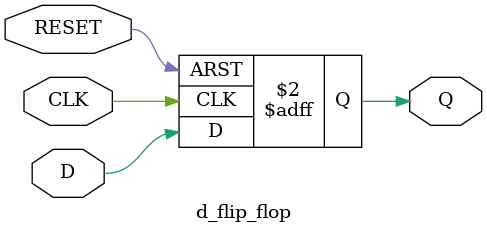
<source format=v>
module d_flip_flop (
    input CLK,
    input D,
    input RESET,
    output reg Q
);
    always @(posedge CLK or posedge RESET) begin
        if (RESET)
            Q <= 0;
        else
            Q <= D;
    end
endmodule

</source>
